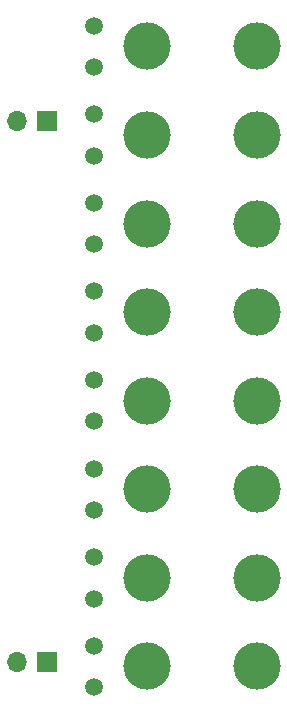
<source format=gbr>
%TF.GenerationSoftware,KiCad,Pcbnew,7.0.1*%
%TF.CreationDate,2023-10-04T10:51:44-04:00*%
%TF.ProjectId,TacTile-L1,54616354-696c-4652-9d4c-312e6b696361,rev?*%
%TF.SameCoordinates,Original*%
%TF.FileFunction,Soldermask,Bot*%
%TF.FilePolarity,Negative*%
%FSLAX46Y46*%
G04 Gerber Fmt 4.6, Leading zero omitted, Abs format (unit mm)*
G04 Created by KiCad (PCBNEW 7.0.1) date 2023-10-04 10:51:44*
%MOMM*%
%LPD*%
G01*
G04 APERTURE LIST*
%ADD10C,4.000000*%
%ADD11C,1.500000*%
%ADD12R,1.700000X1.700000*%
%ADD13O,1.700000X1.700000*%
G04 APERTURE END LIST*
D10*
%TO.C,LD6*%
X47250000Y-66250000D03*
X38000000Y-66250000D03*
D11*
X33500000Y-68000000D03*
X33500000Y-64500000D03*
%TD*%
D10*
%TO.C,LD2*%
X47250000Y-36250000D03*
X38000000Y-36250000D03*
D11*
X33500000Y-38000000D03*
X33500000Y-34500000D03*
%TD*%
D10*
%TO.C,LD7*%
X47250000Y-73750000D03*
X38000000Y-73750000D03*
D11*
X33500000Y-75500000D03*
X33500000Y-72000000D03*
%TD*%
D10*
%TO.C,LD8*%
X47250000Y-81250000D03*
X38000000Y-81250000D03*
D11*
X33500000Y-83000000D03*
X33500000Y-79500000D03*
%TD*%
D12*
%TO.C,J2*%
X29500000Y-80875000D03*
D13*
X26960000Y-80875000D03*
%TD*%
D10*
%TO.C,LD5*%
X47250000Y-58750000D03*
X38000000Y-58750000D03*
D11*
X33500000Y-60500000D03*
X33500000Y-57000000D03*
%TD*%
D12*
%TO.C,J1*%
X29500000Y-35100000D03*
D13*
X26960000Y-35100000D03*
%TD*%
D10*
%TO.C,LD3*%
X47250000Y-43750000D03*
X38000000Y-43750000D03*
D11*
X33500000Y-45500000D03*
X33500000Y-42000000D03*
%TD*%
D10*
%TO.C,LD1*%
X47250000Y-28750000D03*
X38000000Y-28750000D03*
D11*
X33500000Y-30500000D03*
X33500000Y-27000000D03*
%TD*%
D10*
%TO.C,LD4*%
X47250000Y-51250000D03*
X38000000Y-51250000D03*
D11*
X33500000Y-53000000D03*
X33500000Y-49500000D03*
%TD*%
M02*

</source>
